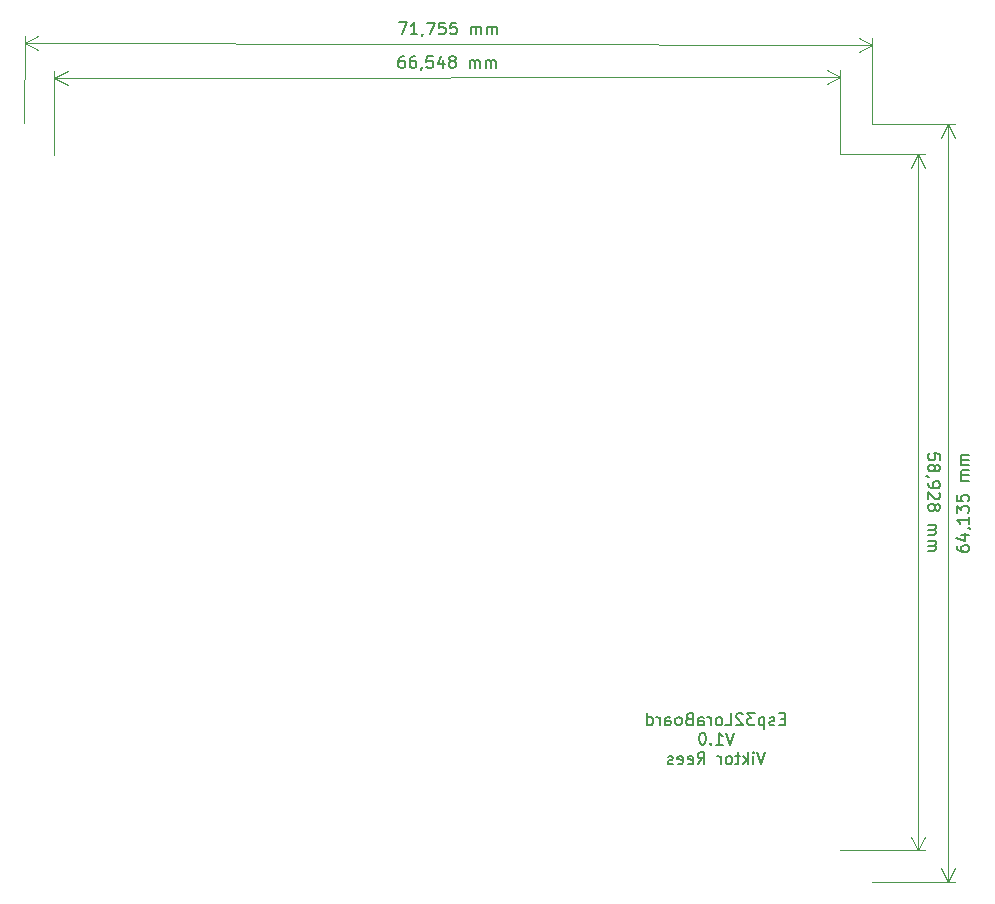
<source format=gbr>
G04 #@! TF.GenerationSoftware,KiCad,Pcbnew,5.1.4-e60b266~84~ubuntu18.04.1*
G04 #@! TF.CreationDate,2020-03-31T13:06:10+02:00*
G04 #@! TF.ProjectId,Esp32LoraBoard,45737033-324c-46f7-9261-426f6172642e,1.0*
G04 #@! TF.SameCoordinates,Original*
G04 #@! TF.FileFunction,Legend,Bot*
G04 #@! TF.FilePolarity,Positive*
%FSLAX46Y46*%
G04 Gerber Fmt 4.6, Leading zero omitted, Abs format (unit mm)*
G04 Created by KiCad (PCBNEW 5.1.4-e60b266~84~ubuntu18.04.1) date 2020-03-31 13:06:10*
%MOMM*%
%LPD*%
G04 APERTURE LIST*
%ADD10C,0.150000*%
%ADD11C,0.120000*%
G04 APERTURE END LIST*
D10*
X181649619Y-86804952D02*
X181649619Y-86328761D01*
X181173428Y-86281142D01*
X181221047Y-86328761D01*
X181268666Y-86424000D01*
X181268666Y-86662095D01*
X181221047Y-86757333D01*
X181173428Y-86804952D01*
X181078190Y-86852571D01*
X180840095Y-86852571D01*
X180744857Y-86804952D01*
X180697238Y-86757333D01*
X180649619Y-86662095D01*
X180649619Y-86424000D01*
X180697238Y-86328761D01*
X180744857Y-86281142D01*
X181221047Y-87424000D02*
X181268666Y-87328761D01*
X181316285Y-87281142D01*
X181411523Y-87233523D01*
X181459142Y-87233523D01*
X181554380Y-87281142D01*
X181602000Y-87328761D01*
X181649619Y-87424000D01*
X181649619Y-87614476D01*
X181602000Y-87709714D01*
X181554380Y-87757333D01*
X181459142Y-87804952D01*
X181411523Y-87804952D01*
X181316285Y-87757333D01*
X181268666Y-87709714D01*
X181221047Y-87614476D01*
X181221047Y-87424000D01*
X181173428Y-87328761D01*
X181125809Y-87281142D01*
X181030571Y-87233523D01*
X180840095Y-87233523D01*
X180744857Y-87281142D01*
X180697238Y-87328761D01*
X180649619Y-87424000D01*
X180649619Y-87614476D01*
X180697238Y-87709714D01*
X180744857Y-87757333D01*
X180840095Y-87804952D01*
X181030571Y-87804952D01*
X181125809Y-87757333D01*
X181173428Y-87709714D01*
X181221047Y-87614476D01*
X180697238Y-88281142D02*
X180649619Y-88281142D01*
X180554380Y-88233523D01*
X180506761Y-88185904D01*
X180649619Y-88757333D02*
X180649619Y-88947809D01*
X180697238Y-89043047D01*
X180744857Y-89090666D01*
X180887714Y-89185904D01*
X181078190Y-89233523D01*
X181459142Y-89233523D01*
X181554380Y-89185904D01*
X181602000Y-89138285D01*
X181649619Y-89043047D01*
X181649619Y-88852571D01*
X181602000Y-88757333D01*
X181554380Y-88709714D01*
X181459142Y-88662095D01*
X181221047Y-88662095D01*
X181125809Y-88709714D01*
X181078190Y-88757333D01*
X181030571Y-88852571D01*
X181030571Y-89043047D01*
X181078190Y-89138285D01*
X181125809Y-89185904D01*
X181221047Y-89233523D01*
X181554380Y-89614476D02*
X181602000Y-89662095D01*
X181649619Y-89757333D01*
X181649619Y-89995428D01*
X181602000Y-90090666D01*
X181554380Y-90138285D01*
X181459142Y-90185904D01*
X181363904Y-90185904D01*
X181221047Y-90138285D01*
X180649619Y-89566857D01*
X180649619Y-90185904D01*
X181221047Y-90757333D02*
X181268666Y-90662095D01*
X181316285Y-90614476D01*
X181411523Y-90566857D01*
X181459142Y-90566857D01*
X181554380Y-90614476D01*
X181602000Y-90662095D01*
X181649619Y-90757333D01*
X181649619Y-90947809D01*
X181602000Y-91043047D01*
X181554380Y-91090666D01*
X181459142Y-91138285D01*
X181411523Y-91138285D01*
X181316285Y-91090666D01*
X181268666Y-91043047D01*
X181221047Y-90947809D01*
X181221047Y-90757333D01*
X181173428Y-90662095D01*
X181125809Y-90614476D01*
X181030571Y-90566857D01*
X180840095Y-90566857D01*
X180744857Y-90614476D01*
X180697238Y-90662095D01*
X180649619Y-90757333D01*
X180649619Y-90947809D01*
X180697238Y-91043047D01*
X180744857Y-91090666D01*
X180840095Y-91138285D01*
X181030571Y-91138285D01*
X181125809Y-91090666D01*
X181173428Y-91043047D01*
X181221047Y-90947809D01*
X180649619Y-92328761D02*
X181316285Y-92328761D01*
X181221047Y-92328761D02*
X181268666Y-92376380D01*
X181316285Y-92471619D01*
X181316285Y-92614476D01*
X181268666Y-92709714D01*
X181173428Y-92757333D01*
X180649619Y-92757333D01*
X181173428Y-92757333D02*
X181268666Y-92804952D01*
X181316285Y-92900190D01*
X181316285Y-93043047D01*
X181268666Y-93138285D01*
X181173428Y-93185904D01*
X180649619Y-93185904D01*
X180649619Y-93662095D02*
X181316285Y-93662095D01*
X181221047Y-93662095D02*
X181268666Y-93709714D01*
X181316285Y-93804952D01*
X181316285Y-93947809D01*
X181268666Y-94043047D01*
X181173428Y-94090666D01*
X180649619Y-94090666D01*
X181173428Y-94090666D02*
X181268666Y-94138285D01*
X181316285Y-94233523D01*
X181316285Y-94376380D01*
X181268666Y-94471619D01*
X181173428Y-94519238D01*
X180649619Y-94519238D01*
D11*
X179832000Y-60960000D02*
X179832000Y-119888000D01*
X173228000Y-60960000D02*
X180418421Y-60960000D01*
X173228000Y-119888000D02*
X180418421Y-119888000D01*
X179832000Y-119888000D02*
X179245579Y-118761496D01*
X179832000Y-119888000D02*
X180418421Y-118761496D01*
X179832000Y-60960000D02*
X179245579Y-62086504D01*
X179832000Y-60960000D02*
X180418421Y-62086504D01*
D10*
X136276994Y-52657506D02*
X136086518Y-52657742D01*
X135991339Y-52705479D01*
X135943779Y-52753157D01*
X135848718Y-52896132D01*
X135801335Y-53086667D01*
X135801807Y-53467619D01*
X135849544Y-53562798D01*
X135897222Y-53610358D01*
X135992519Y-53657859D01*
X136182995Y-53657623D01*
X136278174Y-53609886D01*
X136325734Y-53562208D01*
X136373235Y-53466911D01*
X136372940Y-53228816D01*
X136325203Y-53133637D01*
X136277525Y-53086077D01*
X136182228Y-53038576D01*
X135991752Y-53038812D01*
X135896573Y-53086549D01*
X135849013Y-53134227D01*
X135801512Y-53229524D01*
X137229375Y-52656326D02*
X137038898Y-52656562D01*
X136943719Y-52704299D01*
X136896159Y-52751977D01*
X136801098Y-52894952D01*
X136753715Y-53085487D01*
X136754187Y-53466439D01*
X136801924Y-53561618D01*
X136849602Y-53609178D01*
X136944899Y-53656679D01*
X137135375Y-53656443D01*
X137230554Y-53608706D01*
X137278114Y-53561028D01*
X137325615Y-53465731D01*
X137325320Y-53227636D01*
X137277583Y-53132457D01*
X137229905Y-53084897D01*
X137134608Y-53037396D01*
X136944132Y-53037632D01*
X136848953Y-53085369D01*
X136801393Y-53133047D01*
X136753892Y-53228344D01*
X137801982Y-53607999D02*
X137802041Y-53655618D01*
X137754540Y-53750915D01*
X137706980Y-53798593D01*
X138705564Y-52654498D02*
X138229374Y-52655087D01*
X138182345Y-53131337D01*
X138229905Y-53083659D01*
X138325084Y-53035922D01*
X138563179Y-53035627D01*
X138658476Y-53083128D01*
X138706154Y-53130688D01*
X138753891Y-53225867D01*
X138754186Y-53463962D01*
X138706685Y-53559259D01*
X138659125Y-53606937D01*
X138563946Y-53654674D01*
X138325851Y-53654969D01*
X138230554Y-53607468D01*
X138182876Y-53559908D01*
X139610738Y-52986710D02*
X139611564Y-53653376D01*
X139372171Y-52606053D02*
X139134961Y-53320633D01*
X139754008Y-53319866D01*
X140277522Y-53081122D02*
X140182225Y-53033621D01*
X140134547Y-52986061D01*
X140086810Y-52890882D01*
X140086751Y-52843263D01*
X140134252Y-52747966D01*
X140181812Y-52700288D01*
X140276991Y-52652551D01*
X140467467Y-52652315D01*
X140562764Y-52699816D01*
X140610442Y-52747376D01*
X140658179Y-52842555D01*
X140658238Y-52890174D01*
X140610737Y-52985471D01*
X140563177Y-53033149D01*
X140467998Y-53080886D01*
X140277522Y-53081122D01*
X140182343Y-53128859D01*
X140134783Y-53176537D01*
X140087282Y-53271834D01*
X140087518Y-53462310D01*
X140135255Y-53557489D01*
X140182933Y-53605049D01*
X140278230Y-53652550D01*
X140468706Y-53652314D01*
X140563885Y-53604577D01*
X140611445Y-53556899D01*
X140658946Y-53461602D01*
X140658710Y-53271126D01*
X140610973Y-53175947D01*
X140563295Y-53128387D01*
X140467998Y-53080886D01*
X141849657Y-53650604D02*
X141848831Y-52983937D01*
X141848949Y-53079175D02*
X141896509Y-53031497D01*
X141991689Y-52983760D01*
X142134546Y-52983583D01*
X142229843Y-53031085D01*
X142277580Y-53126264D01*
X142278228Y-53650073D01*
X142277580Y-53126264D02*
X142325081Y-53030967D01*
X142420260Y-52983230D01*
X142563117Y-52983053D01*
X142658414Y-53030554D01*
X142706151Y-53125733D01*
X142706800Y-53649542D01*
X143182990Y-53648952D02*
X143182164Y-52982286D01*
X143182282Y-53077524D02*
X143229842Y-53029846D01*
X143325021Y-52982109D01*
X143467878Y-52981932D01*
X143563175Y-53029433D01*
X143610912Y-53124612D01*
X143611561Y-53648421D01*
X143610912Y-53124612D02*
X143658413Y-53029315D01*
X143753592Y-52981578D01*
X143896449Y-52981401D01*
X143991746Y-53028902D01*
X144039483Y-53124081D01*
X144040132Y-53647890D01*
D11*
X106671910Y-54511801D02*
X173219910Y-54429364D01*
X106680000Y-61042437D02*
X106671184Y-53925381D01*
X173228000Y-60960000D02*
X173219184Y-53842944D01*
X173219910Y-54429364D02*
X172094134Y-55017180D01*
X173219910Y-54429364D02*
X172092681Y-53844339D01*
X106671910Y-54511801D02*
X107799139Y-55096826D01*
X106671910Y-54511801D02*
X107797686Y-53923985D01*
D10*
X183094380Y-94154166D02*
X183094380Y-94344642D01*
X183142000Y-94439880D01*
X183189619Y-94487500D01*
X183332476Y-94582738D01*
X183522952Y-94630357D01*
X183903904Y-94630357D01*
X183999142Y-94582738D01*
X184046761Y-94535119D01*
X184094380Y-94439880D01*
X184094380Y-94249404D01*
X184046761Y-94154166D01*
X183999142Y-94106547D01*
X183903904Y-94058928D01*
X183665809Y-94058928D01*
X183570571Y-94106547D01*
X183522952Y-94154166D01*
X183475333Y-94249404D01*
X183475333Y-94439880D01*
X183522952Y-94535119D01*
X183570571Y-94582738D01*
X183665809Y-94630357D01*
X183427714Y-93201785D02*
X184094380Y-93201785D01*
X183046761Y-93439880D02*
X183761047Y-93677976D01*
X183761047Y-93058928D01*
X184046761Y-92630357D02*
X184094380Y-92630357D01*
X184189619Y-92677976D01*
X184237238Y-92725595D01*
X184094380Y-91677976D02*
X184094380Y-92249404D01*
X184094380Y-91963690D02*
X183094380Y-91963690D01*
X183237238Y-92058928D01*
X183332476Y-92154166D01*
X183380095Y-92249404D01*
X183094380Y-91344642D02*
X183094380Y-90725595D01*
X183475333Y-91058928D01*
X183475333Y-90916071D01*
X183522952Y-90820833D01*
X183570571Y-90773214D01*
X183665809Y-90725595D01*
X183903904Y-90725595D01*
X183999142Y-90773214D01*
X184046761Y-90820833D01*
X184094380Y-90916071D01*
X184094380Y-91201785D01*
X184046761Y-91297023D01*
X183999142Y-91344642D01*
X183094380Y-89820833D02*
X183094380Y-90297023D01*
X183570571Y-90344642D01*
X183522952Y-90297023D01*
X183475333Y-90201785D01*
X183475333Y-89963690D01*
X183522952Y-89868452D01*
X183570571Y-89820833D01*
X183665809Y-89773214D01*
X183903904Y-89773214D01*
X183999142Y-89820833D01*
X184046761Y-89868452D01*
X184094380Y-89963690D01*
X184094380Y-90201785D01*
X184046761Y-90297023D01*
X183999142Y-90344642D01*
X184094380Y-88582738D02*
X183427714Y-88582738D01*
X183522952Y-88582738D02*
X183475333Y-88535119D01*
X183427714Y-88439880D01*
X183427714Y-88297023D01*
X183475333Y-88201785D01*
X183570571Y-88154166D01*
X184094380Y-88154166D01*
X183570571Y-88154166D02*
X183475333Y-88106547D01*
X183427714Y-88011309D01*
X183427714Y-87868452D01*
X183475333Y-87773214D01*
X183570571Y-87725595D01*
X184094380Y-87725595D01*
X184094380Y-87249404D02*
X183427714Y-87249404D01*
X183522952Y-87249404D02*
X183475333Y-87201785D01*
X183427714Y-87106547D01*
X183427714Y-86963690D01*
X183475333Y-86868452D01*
X183570571Y-86820833D01*
X184094380Y-86820833D01*
X183570571Y-86820833D02*
X183475333Y-86773214D01*
X183427714Y-86677976D01*
X183427714Y-86535119D01*
X183475333Y-86439880D01*
X183570571Y-86392261D01*
X184094380Y-86392261D01*
D11*
X182372000Y-122555000D02*
X182372000Y-58420000D01*
X175895000Y-122555000D02*
X182958421Y-122555000D01*
X175895000Y-58420000D02*
X182958421Y-58420000D01*
X182372000Y-58420000D02*
X182958421Y-59546504D01*
X182372000Y-58420000D02*
X181785579Y-59546504D01*
X182372000Y-122555000D02*
X182958421Y-121428496D01*
X182372000Y-122555000D02*
X181785579Y-121428496D01*
D10*
X135842161Y-49800264D02*
X136508827Y-49801443D01*
X136078486Y-50800683D01*
X137411817Y-50803043D02*
X136840390Y-50802032D01*
X137126103Y-50802538D02*
X137127873Y-49802539D01*
X137032383Y-49945228D01*
X136936976Y-50040297D01*
X136841654Y-50087747D01*
X137888091Y-50756267D02*
X137888007Y-50803886D01*
X137840220Y-50899040D01*
X137792516Y-50946574D01*
X138223110Y-49804478D02*
X138889775Y-49805658D01*
X138459435Y-50804897D01*
X139746917Y-49807175D02*
X139270727Y-49806332D01*
X139222265Y-50282437D01*
X139269969Y-50234903D01*
X139365291Y-50187452D01*
X139603386Y-50187874D01*
X139698539Y-50235661D01*
X139746074Y-50283364D01*
X139793524Y-50378687D01*
X139793103Y-50616781D01*
X139745316Y-50711935D01*
X139697612Y-50759470D01*
X139602290Y-50806920D01*
X139364195Y-50806499D01*
X139269042Y-50758711D01*
X139221507Y-50711008D01*
X140699296Y-49808860D02*
X140223107Y-49808017D01*
X140174645Y-50284123D01*
X140222348Y-50236588D01*
X140317670Y-50189138D01*
X140555765Y-50189559D01*
X140650919Y-50237347D01*
X140698454Y-50285050D01*
X140745904Y-50380372D01*
X140745483Y-50618467D01*
X140697695Y-50713621D01*
X140649992Y-50761155D01*
X140554670Y-50808606D01*
X140316575Y-50808184D01*
X140221421Y-50760397D01*
X140173886Y-50712694D01*
X141935620Y-50811050D02*
X141936800Y-50144384D01*
X141936631Y-50239622D02*
X141984334Y-50192088D01*
X142079657Y-50144637D01*
X142222514Y-50144890D01*
X142317667Y-50192678D01*
X142365118Y-50288000D01*
X142364191Y-50811809D01*
X142365118Y-50288000D02*
X142412905Y-50192846D01*
X142508227Y-50145396D01*
X142651084Y-50145649D01*
X142746238Y-50193436D01*
X142793688Y-50288758D01*
X142792761Y-50812567D01*
X143268951Y-50813410D02*
X143270131Y-50146744D01*
X143269962Y-50241982D02*
X143317666Y-50194448D01*
X143412988Y-50146997D01*
X143555845Y-50147250D01*
X143650998Y-50195037D01*
X143698449Y-50290360D01*
X143697522Y-50814168D01*
X143698449Y-50290360D02*
X143746236Y-50195206D01*
X143841559Y-50147756D01*
X143984416Y-50148008D01*
X144079569Y-50195796D01*
X144127020Y-50291118D01*
X144126093Y-50814927D01*
D11*
X104151914Y-51561797D02*
X175906914Y-51688797D01*
X104140000Y-58293000D02*
X104152952Y-50975377D01*
X175895000Y-58420000D02*
X175907952Y-51102377D01*
X175906914Y-51688797D02*
X174779374Y-52273223D01*
X175906914Y-51688797D02*
X174781450Y-51100383D01*
X104151914Y-51561797D02*
X105277378Y-52150211D01*
X104151914Y-51561797D02*
X105279454Y-50977371D01*
D10*
X168496523Y-108768571D02*
X168163190Y-108768571D01*
X168020333Y-109292380D02*
X168496523Y-109292380D01*
X168496523Y-108292380D01*
X168020333Y-108292380D01*
X167639380Y-109244761D02*
X167544142Y-109292380D01*
X167353666Y-109292380D01*
X167258428Y-109244761D01*
X167210809Y-109149523D01*
X167210809Y-109101904D01*
X167258428Y-109006666D01*
X167353666Y-108959047D01*
X167496523Y-108959047D01*
X167591761Y-108911428D01*
X167639380Y-108816190D01*
X167639380Y-108768571D01*
X167591761Y-108673333D01*
X167496523Y-108625714D01*
X167353666Y-108625714D01*
X167258428Y-108673333D01*
X166782238Y-108625714D02*
X166782238Y-109625714D01*
X166782238Y-108673333D02*
X166687000Y-108625714D01*
X166496523Y-108625714D01*
X166401285Y-108673333D01*
X166353666Y-108720952D01*
X166306047Y-108816190D01*
X166306047Y-109101904D01*
X166353666Y-109197142D01*
X166401285Y-109244761D01*
X166496523Y-109292380D01*
X166687000Y-109292380D01*
X166782238Y-109244761D01*
X165972714Y-108292380D02*
X165353666Y-108292380D01*
X165687000Y-108673333D01*
X165544142Y-108673333D01*
X165448904Y-108720952D01*
X165401285Y-108768571D01*
X165353666Y-108863809D01*
X165353666Y-109101904D01*
X165401285Y-109197142D01*
X165448904Y-109244761D01*
X165544142Y-109292380D01*
X165829857Y-109292380D01*
X165925095Y-109244761D01*
X165972714Y-109197142D01*
X164972714Y-108387619D02*
X164925095Y-108340000D01*
X164829857Y-108292380D01*
X164591761Y-108292380D01*
X164496523Y-108340000D01*
X164448904Y-108387619D01*
X164401285Y-108482857D01*
X164401285Y-108578095D01*
X164448904Y-108720952D01*
X165020333Y-109292380D01*
X164401285Y-109292380D01*
X163496523Y-109292380D02*
X163972714Y-109292380D01*
X163972714Y-108292380D01*
X163020333Y-109292380D02*
X163115571Y-109244761D01*
X163163190Y-109197142D01*
X163210809Y-109101904D01*
X163210809Y-108816190D01*
X163163190Y-108720952D01*
X163115571Y-108673333D01*
X163020333Y-108625714D01*
X162877476Y-108625714D01*
X162782238Y-108673333D01*
X162734619Y-108720952D01*
X162687000Y-108816190D01*
X162687000Y-109101904D01*
X162734619Y-109197142D01*
X162782238Y-109244761D01*
X162877476Y-109292380D01*
X163020333Y-109292380D01*
X162258428Y-109292380D02*
X162258428Y-108625714D01*
X162258428Y-108816190D02*
X162210809Y-108720952D01*
X162163190Y-108673333D01*
X162067952Y-108625714D01*
X161972714Y-108625714D01*
X161210809Y-109292380D02*
X161210809Y-108768571D01*
X161258428Y-108673333D01*
X161353666Y-108625714D01*
X161544142Y-108625714D01*
X161639380Y-108673333D01*
X161210809Y-109244761D02*
X161306047Y-109292380D01*
X161544142Y-109292380D01*
X161639380Y-109244761D01*
X161687000Y-109149523D01*
X161687000Y-109054285D01*
X161639380Y-108959047D01*
X161544142Y-108911428D01*
X161306047Y-108911428D01*
X161210809Y-108863809D01*
X160401285Y-108768571D02*
X160258428Y-108816190D01*
X160210809Y-108863809D01*
X160163190Y-108959047D01*
X160163190Y-109101904D01*
X160210809Y-109197142D01*
X160258428Y-109244761D01*
X160353666Y-109292380D01*
X160734619Y-109292380D01*
X160734619Y-108292380D01*
X160401285Y-108292380D01*
X160306047Y-108340000D01*
X160258428Y-108387619D01*
X160210809Y-108482857D01*
X160210809Y-108578095D01*
X160258428Y-108673333D01*
X160306047Y-108720952D01*
X160401285Y-108768571D01*
X160734619Y-108768571D01*
X159591761Y-109292380D02*
X159687000Y-109244761D01*
X159734619Y-109197142D01*
X159782238Y-109101904D01*
X159782238Y-108816190D01*
X159734619Y-108720952D01*
X159687000Y-108673333D01*
X159591761Y-108625714D01*
X159448904Y-108625714D01*
X159353666Y-108673333D01*
X159306047Y-108720952D01*
X159258428Y-108816190D01*
X159258428Y-109101904D01*
X159306047Y-109197142D01*
X159353666Y-109244761D01*
X159448904Y-109292380D01*
X159591761Y-109292380D01*
X158401285Y-109292380D02*
X158401285Y-108768571D01*
X158448904Y-108673333D01*
X158544142Y-108625714D01*
X158734619Y-108625714D01*
X158829857Y-108673333D01*
X158401285Y-109244761D02*
X158496523Y-109292380D01*
X158734619Y-109292380D01*
X158829857Y-109244761D01*
X158877476Y-109149523D01*
X158877476Y-109054285D01*
X158829857Y-108959047D01*
X158734619Y-108911428D01*
X158496523Y-108911428D01*
X158401285Y-108863809D01*
X157925095Y-109292380D02*
X157925095Y-108625714D01*
X157925095Y-108816190D02*
X157877476Y-108720952D01*
X157829857Y-108673333D01*
X157734619Y-108625714D01*
X157639380Y-108625714D01*
X156877476Y-109292380D02*
X156877476Y-108292380D01*
X156877476Y-109244761D02*
X156972714Y-109292380D01*
X157163190Y-109292380D01*
X157258428Y-109244761D01*
X157306047Y-109197142D01*
X157353666Y-109101904D01*
X157353666Y-108816190D01*
X157306047Y-108720952D01*
X157258428Y-108673333D01*
X157163190Y-108625714D01*
X156972714Y-108625714D01*
X156877476Y-108673333D01*
X164210809Y-109942380D02*
X163877476Y-110942380D01*
X163544142Y-109942380D01*
X162687000Y-110942380D02*
X163258428Y-110942380D01*
X162972714Y-110942380D02*
X162972714Y-109942380D01*
X163067952Y-110085238D01*
X163163190Y-110180476D01*
X163258428Y-110228095D01*
X162258428Y-110847142D02*
X162210809Y-110894761D01*
X162258428Y-110942380D01*
X162306047Y-110894761D01*
X162258428Y-110847142D01*
X162258428Y-110942380D01*
X161591761Y-109942380D02*
X161496523Y-109942380D01*
X161401285Y-109990000D01*
X161353666Y-110037619D01*
X161306047Y-110132857D01*
X161258428Y-110323333D01*
X161258428Y-110561428D01*
X161306047Y-110751904D01*
X161353666Y-110847142D01*
X161401285Y-110894761D01*
X161496523Y-110942380D01*
X161591761Y-110942380D01*
X161687000Y-110894761D01*
X161734619Y-110847142D01*
X161782238Y-110751904D01*
X161829857Y-110561428D01*
X161829857Y-110323333D01*
X161782238Y-110132857D01*
X161734619Y-110037619D01*
X161687000Y-109990000D01*
X161591761Y-109942380D01*
X166853666Y-111592380D02*
X166520333Y-112592380D01*
X166187000Y-111592380D01*
X165853666Y-112592380D02*
X165853666Y-111925714D01*
X165853666Y-111592380D02*
X165901285Y-111640000D01*
X165853666Y-111687619D01*
X165806047Y-111640000D01*
X165853666Y-111592380D01*
X165853666Y-111687619D01*
X165377476Y-112592380D02*
X165377476Y-111592380D01*
X165282238Y-112211428D02*
X164996523Y-112592380D01*
X164996523Y-111925714D02*
X165377476Y-112306666D01*
X164710809Y-111925714D02*
X164329857Y-111925714D01*
X164567952Y-111592380D02*
X164567952Y-112449523D01*
X164520333Y-112544761D01*
X164425095Y-112592380D01*
X164329857Y-112592380D01*
X163853666Y-112592380D02*
X163948904Y-112544761D01*
X163996523Y-112497142D01*
X164044142Y-112401904D01*
X164044142Y-112116190D01*
X163996523Y-112020952D01*
X163948904Y-111973333D01*
X163853666Y-111925714D01*
X163710809Y-111925714D01*
X163615571Y-111973333D01*
X163567952Y-112020952D01*
X163520333Y-112116190D01*
X163520333Y-112401904D01*
X163567952Y-112497142D01*
X163615571Y-112544761D01*
X163710809Y-112592380D01*
X163853666Y-112592380D01*
X163091761Y-112592380D02*
X163091761Y-111925714D01*
X163091761Y-112116190D02*
X163044142Y-112020952D01*
X162996523Y-111973333D01*
X162901285Y-111925714D01*
X162806047Y-111925714D01*
X161139380Y-112592380D02*
X161472714Y-112116190D01*
X161710809Y-112592380D02*
X161710809Y-111592380D01*
X161329857Y-111592380D01*
X161234619Y-111640000D01*
X161187000Y-111687619D01*
X161139380Y-111782857D01*
X161139380Y-111925714D01*
X161187000Y-112020952D01*
X161234619Y-112068571D01*
X161329857Y-112116190D01*
X161710809Y-112116190D01*
X160329857Y-112544761D02*
X160425095Y-112592380D01*
X160615571Y-112592380D01*
X160710809Y-112544761D01*
X160758428Y-112449523D01*
X160758428Y-112068571D01*
X160710809Y-111973333D01*
X160615571Y-111925714D01*
X160425095Y-111925714D01*
X160329857Y-111973333D01*
X160282238Y-112068571D01*
X160282238Y-112163809D01*
X160758428Y-112259047D01*
X159472714Y-112544761D02*
X159567952Y-112592380D01*
X159758428Y-112592380D01*
X159853666Y-112544761D01*
X159901285Y-112449523D01*
X159901285Y-112068571D01*
X159853666Y-111973333D01*
X159758428Y-111925714D01*
X159567952Y-111925714D01*
X159472714Y-111973333D01*
X159425095Y-112068571D01*
X159425095Y-112163809D01*
X159901285Y-112259047D01*
X159044142Y-112544761D02*
X158948904Y-112592380D01*
X158758428Y-112592380D01*
X158663190Y-112544761D01*
X158615571Y-112449523D01*
X158615571Y-112401904D01*
X158663190Y-112306666D01*
X158758428Y-112259047D01*
X158901285Y-112259047D01*
X158996523Y-112211428D01*
X159044142Y-112116190D01*
X159044142Y-112068571D01*
X158996523Y-111973333D01*
X158901285Y-111925714D01*
X158758428Y-111925714D01*
X158663190Y-111973333D01*
M02*

</source>
